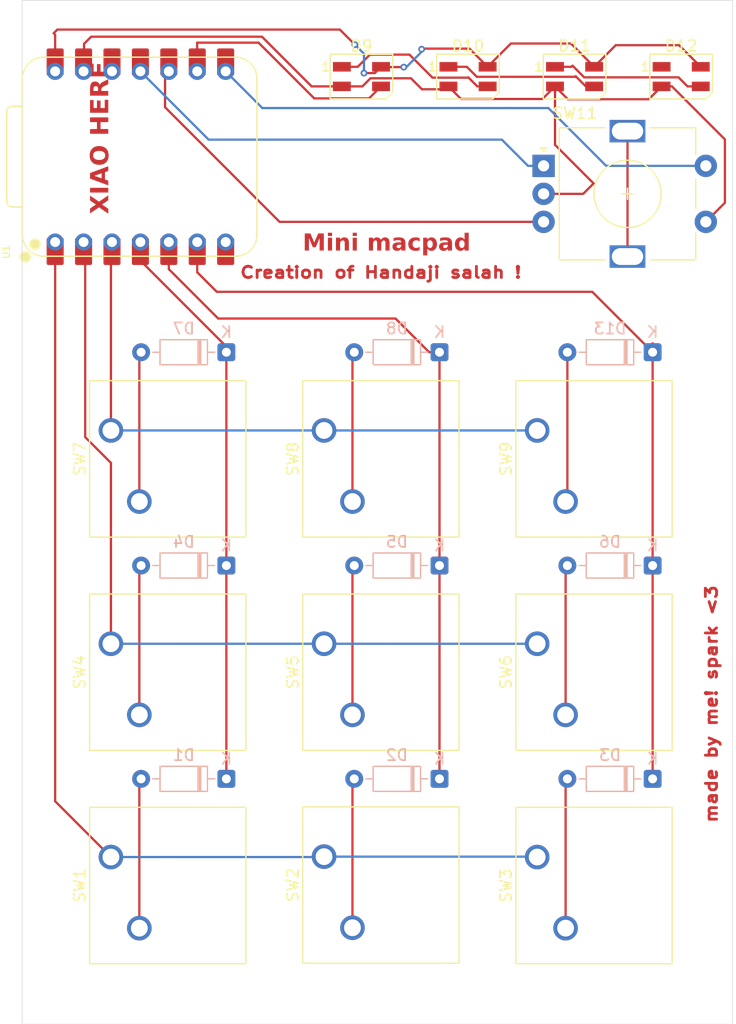
<source format=kicad_pcb>
(kicad_pcb (version 20241229) (generator "pcbnew") (generator_version "9.0")
  (layers (0 "F.Cu" signal) (2 "B.Cu" signal) (13 "F.Paste" user) (15 "B.Paste" user) (5 "F.SilkS" user "F.Silkscreen") (7 "B.SilkS" user "B.Silkscreen") (1 "F.Mask" user) (3 "B.Mask" user) (25 "Edge.Cuts" user))
  (net 0 "")
  (net 1 "Net-(D1-A)")
  (net 2 "Row 0")
  (net 3 "Row 1")
  (net 4 "Net-(D2-A)")
  (net 5 "Row 2")
  (net 6 "Net-(D3-A)")
  (net 7 "Net-(D4-A)")
  (net 8 "Net-(D5-A)")
  (net 9 "Net-(D6-A)")
  (net 10 "Net-(D7-A)")
  (net 11 "Net-(D8-A)")
  (net 12 "Net-(D9-DIN)")
  (net 13 "GND")
  (net 14 "+5V")
  (net 15 "Net-(D10-DIN)")
  (net 16 "Net-(D10-DOUT)")
  (net 17 "Net-(D11-DOUT)")
  (net 19 "Net-(D13-A)")
  (net 20 "Column 0")
  (net 21 "Column 1")
  (net 22 "Column 2")
  (net 24 "3V")
  (net 25 "Net-(U1-GPIO4{slash}MISO)")
  (net 26 "Net-(U1-GPIO3{slash}MOSI)")
  (net 27 "unconnected-(SW11-PadMP)")
  (net 28 "Net-(U1-GPIO1{slash}RX)")
  (footprint "LED_SMD:LED_SK6812MINI_PLCC4_3.5x3.5mm_P1.75mm" (layer "F.Cu") (at 160.50635 51.26485)
    (property "Reference" "D10" (at 0 -2.75 0) (layer "F.SilkS"))
    (property "Value" "SK6812MINI")
    (fp_line (start -2.8 -2) (end -2.8 2) (stroke (width 0.12)) (layer "F.SilkS"))
    (fp_line (start -2.8 -2) (end 2.8 -2) (stroke (width 0.12)) (layer "F.SilkS"))
    (fp_line (start -2.8 2) (end 2.2 2) (stroke (width 0.12)) (layer "F.SilkS"))
    (fp_line (start 2.8 1.4) (end 2.2 2) (stroke (width 0.12)) (layer "F.SilkS"))
    (fp_line (start 2.8 1.4) (end 2.8 -2) (stroke (width 0.12)) (layer "F.SilkS"))
    (fp_text user "1" (at -3.2 -0.875 0) (layer "F.SilkS") (effects (font (size 0.8 0.8))))
    (pad "1" smd rect (at -1.75 -0.875) (size 1.6 0.85) (layers "F.Cu" "F.Mask" "F.Paste") (net 16 "Net-(D10-DOUT)"))
    (pad "2" smd rect (at -1.75 0.875) (size 1.6 0.85) (layers "F.Cu" "F.Mask" "F.Paste") (net 13 "GND"))
    (pad "3" smd rect (at 1.75 0.875) (size 1.6 0.85) (layers "F.Cu" "F.Mask" "F.Paste") (net 15 "Net-(D10-DIN)"))
    (pad "4" smd rect (at 1.75 -0.875) (size 1.6 0.85) (layers "F.Cu" "F.Mask" "F.Paste") (net 14 "+5V"))
  )
  (footprint "Button_Switch_Keyboard:SW_Cherry_MX_1.00u_PCB" (layer "F.Cu") (at 166.6875 101.9175 90)
    (property "Reference" "SW6" (at -2.54 -2.794 90) (layer "F.SilkS"))
    (property "Value" "SW_Push")
    (fp_line (start 4.445 -1.905) (end 4.445 12.065) (stroke (width 0.12)) (layer "F.SilkS"))
    (fp_line (start -9.525 -1.905) (end 4.445 -1.905) (stroke (width 0.12)) (layer "F.SilkS"))
    (fp_line (start 4.445 12.065) (end -9.525 12.065) (stroke (width 0.12)) (layer "F.SilkS"))
    (fp_line (start -9.525 12.065) (end -9.525 -1.905) (stroke (width 0.12)) (layer "F.SilkS"))
    (pad "" np_thru_hole circle (at -7.62 5.08 90) (size 1.7 1.7) (drill 1.7) (layers "*.Cu" "*.Mask"))
    (pad "" np_thru_hole circle (at -2.54 5.08 90) (size 4 4) (drill 4) (layers "*.Cu" "*.Mask"))
    (pad "" np_thru_hole circle (at 2.54 5.08 90) (size 1.7 1.7) (drill 1.7) (layers "*.Cu" "*.Mask"))
    (pad "1" thru_hole circle (at 0 0 90) (size 2.2 2.2) (drill 1.5) (layers "*.Cu" "*.Mask") (net 21 "Column 1"))
    (pad "2" thru_hole circle (at -6.35 2.54 90) (size 2.2 2.2) (drill 1.5) (layers "*.Cu" "*.Mask") (net 9 "Net-(D6-A)"))
  )
  (footprint "Rotary_Encoder:RotaryEncoder_Alps_EC11E-Switch_Vertical_H20mm" (layer "F.Cu") (at 167.2624 59.2366)
    (property "Reference" "SW11" (at 2.8 -4.7 0) (layer "F.SilkS"))
    (property "Value" "RotaryEncoder_Switch_MP")
    (fp_line (start -0.3 -1.6) (end 0.3 -1.6) (stroke (width 0.12)) (layer "F.SilkS"))
    (fp_line (start 0 -1.3) (end -0.3 -1.6) (stroke (width 0.12)) (layer "F.SilkS"))
    (fp_line (start 0.3 -1.6) (end 0 -1.3) (stroke (width 0.12)) (layer "F.SilkS"))
    (fp_line (start 1.4 -3.4) (end 1.4 8.4) (stroke (width 0.12)) (layer "F.SilkS"))
    (fp_line (start 5.5 -3.4) (end 1.4 -3.4) (stroke (width 0.12)) (layer "F.SilkS"))
    (fp_line (start 5.5 8.4) (end 1.4 8.4) (stroke (width 0.12)) (layer "F.SilkS"))
    (fp_line (start 7 2.5) (end 8 2.5) (stroke (width 0.12)) (layer "F.SilkS"))
    (fp_line (start 7.5 2) (end 7.5 3) (stroke (width 0.12)) (layer "F.SilkS"))
    (fp_line (start 9.5 -3.4) (end 13.6 -3.4) (stroke (width 0.12)) (layer "F.SilkS"))
    (fp_line (start 13.6 -3.4) (end 13.6 -1) (stroke (width 0.12)) (layer "F.SilkS"))
    (fp_line (start 13.6 1.2) (end 13.6 3.8) (stroke (width 0.12)) (layer "F.SilkS"))
    (fp_line (start 13.6 6) (end 13.6 8.4) (stroke (width 0.12)) (layer "F.SilkS"))
    (fp_line (start 13.6 8.4) (end 9.5 8.4) (stroke (width 0.12)) (layer "F.SilkS"))
    (fp_circle (center 7.5 2.5) (end 10.5 2.5) (stroke (width 0.12)) (fill no) (layer "F.SilkS"))
    (pad "A" thru_hole rect (at 0 0) (size 2 2) (drill 1) (layers "*.Cu" "*.Mask") (net 26 "Net-(U1-GPIO3{slash}MOSI)"))
    (pad "B" thru_hole circle (at 0 5) (size 2 2) (drill 1) (layers "*.Cu" "*.Mask") (net 25 "Net-(U1-GPIO4{slash}MISO)"))
    (pad "C" thru_hole circle (at 0 2.5) (size 2 2) (drill 1) (layers "*.Cu" "*.Mask") (net 13 "GND"))
    (pad "MP" thru_hole rect (at 7.5 -3.1) (size 3.2 2) (drill oval 2.8 1.5) (layers "*.Cu" "*.Mask") (net 27 "unconnected-(SW11-PadMP)"))
    (pad "MP" thru_hole rect (at 7.5 8.1) (size 3.2 2) (drill oval 2.8 1.5) (layers "*.Cu" "*.Mask") (net 27 "unconnected-(SW11-PadMP)"))
    (pad "S1" thru_hole circle (at 14.5 5) (size 2 2) (drill 1) (layers "*.Cu" "*.Mask") (net 13 "GND"))
    (pad "S2" thru_hole circle (at 14.5 0) (size 2 2) (drill 1) (layers "*.Cu" "*.Mask") (net 28 "Net-(U1-GPIO1{slash}RX)"))
  )
  (footprint "LED_SMD:LED_SK6812MINI_PLCC4_3.5x3.5mm_P1.75mm" (layer "F.Cu") (at 179.55635 51.26485)
    (property "Reference" "D12" (at 0 -2.75 0) (layer "F.SilkS"))
    (property "Value" "SK6812MINI")
    (fp_line (start -2.8 -2) (end -2.8 2) (stroke (width 0.12)) (layer "F.SilkS"))
    (fp_line (start -2.8 -2) (end 2.8 -2) (stroke (width 0.12)) (layer "F.SilkS"))
    (fp_line (start -2.8 2) (end 2.2 2) (stroke (width 0.12)) (layer "F.SilkS"))
    (fp_line (start 2.8 1.4) (end 2.2 2) (stroke (width 0.12)) (layer "F.SilkS"))
    (fp_line (start 2.8 1.4) (end 2.8 -2) (stroke (width 0.12)) (layer "F.SilkS"))
    (fp_text user "1" (at -3.2 -0.875 0) (layer "F.SilkS") (effects (font (size 0.8 0.8))))
    (pad "1" smd rect (at -1.75 -0.875) (size 1.6 0.85) (layers "F.Cu" "F.Mask" "F.Paste"))
    (pad "2" smd rect (at -1.75 0.875) (size 1.6 0.85) (layers "F.Cu" "F.Mask" "F.Paste") (net 13 "GND"))
    (pad "3" smd rect (at 1.75 0.875) (size 1.6 0.85) (layers "F.Cu" "F.Mask" "F.Paste") (net 17 "Net-(D11-DOUT)"))
    (pad "4" smd rect (at 1.75 -0.875) (size 1.6 0.85) (layers "F.Cu" "F.Mask" "F.Paste") (net 14 "+5V"))
  )
  (footprint "Button_Switch_Keyboard:SW_Cherry_MX_1.00u_PCB" (layer "F.Cu") (at 128.5875 82.8675 90)
    (property "Reference" "SW7" (at -2.54 -2.794 90) (layer "F.SilkS"))
    (property "Value" "SW_Push")
    (fp_line (start 4.445 -1.905) (end 4.445 12.065) (stroke (width 0.12)) (layer "F.SilkS"))
    (fp_line (start -9.525 -1.905) (end 4.445 -1.905) (stroke (width 0.12)) (layer "F.SilkS"))
    (fp_line (start 4.445 12.065) (end -9.525 12.065) (stroke (width 0.12)) (layer "F.SilkS"))
    (fp_line (start -9.525 12.065) (end -9.525 -1.905) (stroke (width 0.12)) (layer "F.SilkS"))
    (pad "" np_thru_hole circle (at -7.62 5.08 90) (size 1.7 1.7) (drill 1.7) (layers "*.Cu" "*.Mask"))
    (pad "" np_thru_hole circle (at -2.54 5.08 90) (size 4 4) (drill 4) (layers "*.Cu" "*.Mask"))
    (pad "" np_thru_hole circle (at 2.54 5.08 90) (size 1.7 1.7) (drill 1.7) (layers "*.Cu" "*.Mask"))
    (pad "1" thru_hole circle (at 0 0 90) (size 2.2 2.2) (drill 1.5) (layers "*.Cu" "*.Mask") (net 22 "Column 2"))
    (pad "2" thru_hole circle (at -6.35 2.54 90) (size 2.2 2.2) (drill 1.5) (layers "*.Cu" "*.Mask") (net 10 "Net-(D7-A)"))
  )
  (footprint "Button_Switch_Keyboard:SW_Cherry_MX_1.00u_PCB" (layer "F.Cu") (at 147.6375 101.9175 90)
    (property "Reference" "SW5" (at -2.54 -2.794 90) (layer "F.SilkS"))
    (property "Value" "SW_Push")
    (fp_line (start 4.445 -1.905) (end 4.445 12.065) (stroke (width 0.12)) (layer "F.SilkS"))
    (fp_line (start -9.525 -1.905) (end 4.445 -1.905) (stroke (width 0.12)) (layer "F.SilkS"))
    (fp_line (start 4.445 12.065) (end -9.525 12.065) (stroke (width 0.12)) (layer "F.SilkS"))
    (fp_line (start -9.525 12.065) (end -9.525 -1.905) (stroke (width 0.12)) (layer "F.SilkS"))
    (pad "" np_thru_hole circle (at -7.62 5.08 90) (size 1.7 1.7) (drill 1.7) (layers "*.Cu" "*.Mask"))
    (pad "" np_thru_hole circle (at -2.54 5.08 90) (size 4 4) (drill 4) (layers "*.Cu" "*.Mask"))
    (pad "" np_thru_hole circle (at 2.54 5.08 90) (size 1.7 1.7) (drill 1.7) (layers "*.Cu" "*.Mask"))
    (pad "1" thru_hole circle (at 0 0 90) (size 2.2 2.2) (drill 1.5) (layers "*.Cu" "*.Mask") (net 21 "Column 1"))
    (pad "2" thru_hole circle (at -6.35 2.54 90) (size 2.2 2.2) (drill 1.5) (layers "*.Cu" "*.Mask") (net 8 "Net-(D5-A)"))
  )
  (footprint "Button_Switch_Keyboard:SW_Cherry_MX_1.00u_PCB" (layer "F.Cu") (at 128.5875 101.9175 90)
    (property "Reference" "SW4" (at -2.54 -2.794 90) (layer "F.SilkS"))
    (property "Value" "SW_Push")
    (fp_line (start 4.445 -1.905) (end 4.445 12.065) (stroke (width 0.12)) (layer "F.SilkS"))
    (fp_line (start -9.525 -1.905) (end 4.445 -1.905) (stroke (width 0.12)) (layer "F.SilkS"))
    (fp_line (start 4.445 12.065) (end -9.525 12.065) (stroke (width 0.12)) (layer "F.SilkS"))
    (fp_line (start -9.525 12.065) (end -9.525 -1.905) (stroke (width 0.12)) (layer "F.SilkS"))
    (pad "" np_thru_hole circle (at -7.62 5.08 90) (size 1.7 1.7) (drill 1.7) (layers "*.Cu" "*.Mask"))
    (pad "" np_thru_hole circle (at -2.54 5.08 90) (size 4 4) (drill 4) (layers "*.Cu" "*.Mask"))
    (pad "" np_thru_hole circle (at 2.54 5.08 90) (size 1.7 1.7) (drill 1.7) (layers "*.Cu" "*.Mask"))
    (pad "1" thru_hole circle (at 0 0 90) (size 2.2 2.2) (drill 1.5) (layers "*.Cu" "*.Mask") (net 21 "Column 1"))
    (pad "2" thru_hole circle (at -6.35 2.54 90) (size 2.2 2.2) (drill 1.5) (layers "*.Cu" "*.Mask") (net 7 "Net-(D4-A)"))
  )
  (footprint "OPL:XIAO-RP2040-DIP" (layer "F.Cu") (at 131.2229 58.42 90)
    (property "Reference" "U1" (at -8.5 -12 90) (layer "F.SilkS") (effects (font (size 0.635 0.635) (thickness 0.1016))))
    (property "Value" "XIAO-RP2040-DIP")
    (fp_line (start -3.991272 -11.951) (end 4.004 -11.951) (stroke (width 0.127)) (layer "F.SilkS"))
    (fp_line (start 4.504 -11.451) (end 4.504 -10.541) (stroke (width 0.127)) (layer "F.SilkS"))
    (fp_line (start 6.985 -10.541) (end -6.985 -10.541) (stroke (width 0.1)) (layer "F.SilkS"))
    (fp_line (start 6.985 -10.541) (end -6.985 -10.541) (stroke (width 0.127)) (layer "F.SilkS"))
    (fp_line (start -4.495 -10.541) (end -4.491272 -11.451272) (stroke (width 0.127)) (layer "F.SilkS"))
    (fp_line (start 8.89 8.509) (end 8.89 -8.636) (stroke (width 0.127)) (layer "F.SilkS"))
    (fp_line (start -8.89 8.509) (end -8.89 -8.636) (stroke (width 0.127)) (layer "F.SilkS"))
    (fp_line (start -6.985 10.414) (end 6.985 10.414) (stroke (width 0.127)) (layer "F.SilkS"))
    (fp_arc (start 4.004 -11.951) (mid 4.357553 -11.804553) (end 4.504 -11.451) (stroke (width 0.127)) (layer "F.SilkS"))
    (fp_arc (start -4.491272 -11.451272) (mid -4.344728 -11.80464) (end -3.991272 -11.951) (stroke (width 0.127)) (layer "F.SilkS"))
    (fp_arc (start 6.985 -10.541) (mid 8.332038 -9.983038) (end 8.89 -8.636) (stroke (width 0.127)) (layer "F.SilkS"))
    (fp_arc (start -8.89 -8.636) (mid -8.332038 -9.983038) (end -6.985 -10.541) (stroke (width 0.127)) (layer "F.SilkS"))
    (fp_arc (start 8.89 8.509) (mid 8.332038 9.856038) (end 6.985 10.414) (stroke (width 0.127)) (layer "F.SilkS"))
    (fp_arc (start -6.985 10.414) (mid -8.332038 9.856038) (end -8.89 8.509) (stroke (width 0.127)) (layer "F.SilkS"))
    (fp_circle (center -8.95 -10.3) (end -8.95 -10.554) (stroke (width 0.5)) (fill yes) (layer "F.SilkS"))
    (fp_circle (center -7.807 -9.42) (end -7.807 -9.674) (stroke (width 0.5)) (fill yes) (layer "F.SilkS"))
    (pad "1" smd roundrect (at -8.455 -7.62 270) (size 2.432 1.524) (layers "F.Cu" "F.Mask") (roundrect_rratio 0.1) (net 20 "Column 0"))
    (pad "1" thru_hole circle (at -7.62 -7.62 270) (size 1.524 1.524) (drill 0.889) (layers "*.Cu" "*.Mask") (net 20 "Column 0"))
    (pad "2" smd roundrect (at -8.455 -5.08 270) (size 2.432 1.524) (layers "F.Cu" "F.Mask") (roundrect_rratio 0.1) (net 21 "Column 1"))
    (pad "2" thru_hole circle (at -7.62 -5.08 270) (size 1.524 1.524) (drill 0.889) (layers "*.Cu" "*.Mask") (net 21 "Column 1"))
    (pad "3" smd roundrect (at -8.455 -2.54 270) (size 2.432 1.524) (layers "F.Cu" "F.Mask") (roundrect_rratio 0.1) (net 22 "Column 2"))
    (pad "3" thru_hole circle (at -7.62 -2.54 270) (size 1.524 1.524) (drill 0.889) (layers "*.Cu" "*.Mask") (net 22 "Column 2"))
    (pad "4" smd roundrect (at -8.455 0 270) (size 2.432 1.524) (layers "F.Cu" "F.Mask") (roundrect_rratio 0.1) (net 2 "Row 0"))
    (pad "4" thru_hole circle (at -7.62 0 270) (size 1.524 1.524) (drill 0.889) (layers "*.Cu" "*.Mask") (net 2 "Row 0"))
    (pad "5" smd roundrect (at -8.455 2.54 270) (size 2.432 1.524) (layers "F.Cu" "F.Mask") (roundrect_rratio 0.1) (net 3 "Row 1"))
    (pad "5" thru_hole circle (at -7.62 2.54 270) (size 1.524 1.524) (drill 0.889) (layers "*.Cu" "*.Mask") (net 3 "Row 1"))
    (pad "6" smd roundrect (at -8.455 5.08 270) (size 2.432 1.524) (layers "F.Cu" "F.Mask") (roundrect_rratio 0.1) (net 5 "Row 2"))
    (pad "6" thru_hole circle (at -7.62 5.08 270) (size 1.524 1.524) (drill 0.889) (layers "*.Cu" "*.Mask") (net 5 "Row 2"))
    (pad "7" smd roundrect (at -8.455 7.62 270) (size 2.432 1.524) (layers "F.Cu" "F.Mask") (roundrect_rratio 0.1))
    (pad "7" thru_hole circle (at -7.62 7.62 270) (size 1.524 1.524) (drill 0.889) (layers "*.Cu" "*.Mask"))
    (pad "8" thru_hole circle (at 7.62 7.62 90) (size 1.524 1.524) (drill 0.889) (layers "*.Cu" "*.Mask") (net 28 "Net-(U1-GPIO1{slash}RX)"))
    (pad "8" smd roundrect (at 8.455 7.62 90) (size 2.432 1.524) (layers "F.Cu" "F.Mask") (roundrect_rratio 0.1) (net 28 "Net-(U1-GPIO1{slash}RX)"))
    (pad "9" thru_hole circle (at 7.62 5.08 90) (size 1.524 1.524) (drill 0.889) (layers "*.Cu" "*.Mask") (net 12 "Net-(D9-DIN)"))
    (pad "9" smd roundrect (at 8.455 5.08 90) (size 2.432 1.524) (layers "F.Cu" "F.Mask") (roundrect_rratio 0.1) (net 12 "Net-(D9-DIN)"))
    (pad "10" thru_hole circle (at 7.62 2.54 90) (size 1.524 1.524) (drill 0.889) (layers "*.Cu" "*.Mask") (net 25 "Net-(U1-GPIO4{slash}MISO)"))
    (pad "10" smd roundrect (at 8.455 2.54 90) (size 2.432 1.524) (layers "F.Cu" "F.Mask") (roundrect_rratio 0.1) (net 25 "Net-(U1-GPIO4{slash}MISO)"))
    (pad "11" thru_hole circle (at 7.62 0 90) (size 1.524 1.524) (drill 0.889) (layers "*.Cu" "*.Mask") (net 26 "Net-(U1-GPIO3{slash}MOSI)"))
    (pad "11" smd roundrect (at 8.455 0 90) (size 2.432 1.524) (layers "F.Cu" "F.Mask") (roundrect_rratio 0.1) (net 26 "Net-(U1-GPIO3{slash}MOSI)"))
    (pad "12" thru_hole circle (at 7.62 -2.54 90) (size 1.524 1.524) (drill 0.889) (layers "*.Cu" "*.Mask") (net 24 "3V"))
    (pad "12" smd roundrect (at 8.455 -2.54 90) (size 2.432 1.524) (layers "F.Cu" "F.Mask") (roundrect_rratio 0.1) (net 24 "3V"))
    (pad "13" thru_hole circle (at 7.62 -5.08 90) (size 1.524 1.524) (drill 0.889) (layers "*.Cu" "*.Mask") (net 13 "GND"))
    (pad "13" smd roundrect (at 8.455 -5.08 90) (size 2.432 1.524) (layers "F.Cu" "F.Mask") (roundrect_rratio 0.1) (net 13 "GND"))
    (pad "14" thru_hole circle (at 7.62 -7.62 90) (size 1.524 1.524) (drill 0.889) (layers "*.Cu" "*.Mask") (net 14 "+5V"))
    (pad "14" smd roundrect (at 8.455 -7.62 90) (size 2.432 1.524) (layers "F.Cu" "F.Mask") (roundrect_rratio 0.1) (net 14 "+5V"))
  )
  (footprint "Button_Switch_Keyboard:SW_Cherry_MX_1.00u_PCB" (layer "F.Cu") (at 147.6375 82.8675 90)
    (property "Reference" "SW8" (at -2.54 -2.794 90) (layer "F.SilkS"))
    (property "Value" "SW_Push")
    (fp_line (start 4.445 -1.905) (end 4.445 12.065) (stroke (width 0.12)) (layer "F.SilkS"))
    (fp_line (start -9.525 -1.905) (end 4.445 -1.905) (stroke (width 0.12)) (layer "F.SilkS"))
    (fp_line (start 4.445 12.065) (end -9.525 12.065) (stroke (width 0.12)) (layer "F.SilkS"))
    (fp_line (start -9.525 12.065) (end -9.525 -1.905) (stroke (width 0.12)) (layer "F.SilkS"))
    (pad "" np_thru_hole circle (at -7.62 5.08 90) (size 1.7 1.7) (drill 1.7) (layers "*.Cu" "*.Mask"))
    (pad "" np_thru_hole circle (at -2.54 5.08 90) (size 4 4) (drill 4) (layers "*.Cu" "*.Mask"))
    (pad "" np_thru_hole circle (at 2.54 5.08 90) (size 1.7 1.7) (drill 1.7) (layers "*.Cu" "*.Mask"))
    (pad "1" thru_hole circle (at 0 0 90) (size 2.2 2.2) (drill 1.5) (layers "*.Cu" "*.Mask") (net 22 "Column 2"))
    (pad "2" thru_hole circle (at -6.35 2.54 90) (size 2.2 2.2) (drill 1.5) (layers "*.Cu" "*.Mask") (net 11 "Net-(D8-A)"))
  )
  (footprint "LED_SMD:LED_SK6812MINI_PLCC4_3.5x3.5mm_P1.75mm" (layer "F.Cu") (at 170.03135 51.26485)
    (property "Reference" "D11" (at 0 -2.75 0) (layer "F.SilkS"))
    (property "Value" "SK6812MINI")
    (fp_line (start -2.8 -2) (end -2.8 2) (stroke (width 0.12)) (layer "F.SilkS"))
    (fp_line (start -2.8 -2) (end 2.8 -2) (stroke (width 0.12)) (layer "F.SilkS"))
    (fp_line (start -2.8 2) (end 2.2 2) (stroke (width 0.12)) (layer "F.SilkS"))
    (fp_line (start 2.8 1.4) (end 2.2 2) (stroke (width 0.12)) (layer "F.SilkS"))
    (fp_line (start 2.8 1.4) (end 2.8 -2) (stroke (width 0.12)) (layer "F.SilkS"))
    (fp_text user "1" (at -3.2 -0.875 0) (layer "F.SilkS") (effects (font (size 0.8 0.8))))
    (pad "1" smd rect (at -1.75 -0.875) (size 1.6 0.85) (layers "F.Cu" "F.Mask" "F.Paste") (net 17 "Net-(D11-DOUT)"))
    (pad "2" smd rect (at -1.75 0.875) (size 1.6 0.85) (layers "F.Cu" "F.Mask" "F.Paste") (net 13 "GND"))
    (pad "3" smd rect (at 1.75 0.875) (size 1.6 0.85) (layers "F.Cu" "F.Mask" "F.Paste") (net 16 "Net-(D10-DOUT)"))
    (pad "4" smd rect (at 1.75 -0.875) (size 1.6 0.85) (layers "F.Cu" "F.Mask" "F.Paste") (net 14 "+5V"))
  )
  (footprint "Button_Switch_Keyboard:SW_Cherry_MX_1.00u_PCB" (layer "F.Cu") (at 166.6875 82.8675 90)
    (property "Reference" "SW9" (at -2.54 -2.794 90) (layer "F.SilkS"))
    (property "Value" "SW_Push")
    (fp_line (start 4.445 -1.905) (end 4.445 12.065) (stroke (width 0.12)) (layer "F.SilkS"))
    (fp_line (start -9.525 -1.905) (end 4.445 -1.905) (stroke (width 0.12)) (layer "F.SilkS"))
    (fp_line (start 4.445 12.065) (end -9.525 12.065) (stroke (width 0.12)) (layer "F.SilkS"))
    (fp_line (start -9.525 12.065) (end -9.525 -1.905) (stroke (width 0.12)) (layer "F.SilkS"))
    (pad "" np_thru_hole circle (at -7.62 5.08 90) (size 1.7 1.7) (drill 1.7) (layers "*.Cu" "*.Mask"))
    (pad "" np_thru_hole circle (at -2.54 5.08 90) (size 4 4) (drill 4) (layers "*.Cu" "*.Mask"))
    (pad "" np_thru_hole circle (at 2.54 5.08 90) (size 1.7 1.7) (drill 1.7) (layers "*.Cu" "*.Mask"))
    (pad "1" thru_hole circle (at 0 0 90) (size 2.2 2.2) (drill 1.5) (layers "*.Cu" "*.Mask") (net 22 "Column 2"))
    (pad "2" thru_hole circle (at -6.35 2.54 90) (size 2.2 2.2) (drill 1.5) (layers "*.Cu" "*.Mask") (net 19 "Net-(D13-A)"))
  )
  (footprint "Button_Switch_Keyboard:SW_Cherry_MX_1.00u_PCB" (layer "F.Cu") (at 147.6375 120.93 90)
    (property "Reference" "SW2" (at -2.54 -2.794 90) (layer "F.SilkS"))
    (property "Value" "SW_Push")
    (fp_line (start 4.445 -1.905) (end 4.445 12.065) (stroke (width 0.12)) (layer "F.SilkS"))
    (fp_line (start -9.525 -1.905) (end 4.445 -1.905) (stroke (width 0.12)) (layer "F.SilkS"))
    (fp_line (start 4.445 12.065) (end -9.525 12.065) (stroke (width 0.12)) (layer "F.SilkS"))
    (fp_line (start -9.525 12.065) (end -9.525 -1.905) (stroke (width 0.12)) (layer "F.SilkS"))
    (pad "" np_thru_hole circle (at -7.62 5.08 90) (size 1.7 1.7) (drill 1.7) (layers "*.Cu" "*.Mask"))
    (pad "" np_thru_hole circle (at -2.54 5.08 90) (size 4 4) (drill 4) (layers "*.Cu" "*.Mask"))
    (pad "" np_thru_hole circle (at 2.54 5.08 90) (size 1.7 1.7) (drill 1.7) (layers "*.Cu" "*.Mask"))
    (pad "1" thru_hole circle (at 0 0 90) (size 2.2 2.2) (drill 1.5) (layers "*.Cu" "*.Mask") (net 20 "Column 0"))
    (pad "2" thru_hole circle (at -6.35 2.54 90) (size 2.2 2.2) (drill 1.5) (layers "*.Cu" "*.Mask") (net 4 "Net-(D2-A)"))
  )
  (footprint "LED_SMD:LED_SK6812MINI_PLCC4_3.5x3.5mm_P1.75mm" (layer "F.Cu") (at 150.98135 51.26485)
    (property "Reference" "D9" (at 0 -2.75 0) (layer "F.SilkS"))
    (property "Value" "SK6812MINI")
    (fp_line (start -2.8 -2) (end -2.8 2) (stroke (width 0.12)) (layer "F.SilkS"))
    (fp_line (start -2.8 -2) (end 2.8 -2) (stroke (width 0.12)) (layer "F.SilkS"))
    (fp_line (start -2.8 2) (end 2.2 2) (stroke (width 0.12)) (layer "F.SilkS"))
    (fp_line (start 2.8 1.4) (end 2.2 2) (stroke (width 0.12)) (layer "F.SilkS"))
    (fp_line (start 2.8 1.4) (end 2.8 -2) (stroke (width 0.12)) (layer "F.SilkS"))
    (fp_text user "1" (at -3.2 -0.875 0) (layer "F.SilkS") (effects (font (size 0.8 0.8))))
    (pad "1" smd rect (at -1.75 -0.875) (size 1.6 0.85) (layers "F.Cu" "F.Mask" "F.Paste") (net 15 "Net-(D10-DIN)"))
    (pad "2" smd rect (at -1.75 0.875) (size 1.6 0.85) (layers "F.Cu" "F.Mask" "F.Paste") (net 13 "GND"))
    (pad "3" smd rect (at 1.75 0.875) (size 1.6 0.85) (layers "F.Cu" "F.Mask" "F.Paste") (net 12 "Net-(D9-DIN)"))
    (pad "4" smd rect (at 1.75 -0.875) (size 1.6 0.85) (layers "F.Cu" "F.Mask" "F.Paste") (net 14 "+5V"))
  )
  (footprint "Button_Switch_Keyboard:SW_Cherry_MX_1.00u_PCB" (layer "F.Cu") (at 166.6875 120.9675 90)
    (property "Reference" "SW3" (at -2.54 -2.794 90) (layer "F.SilkS"))
    (property "Value" "SW_Push")
    (fp_line (start 4.445 -1.905) (end 4.445 12.065) (stroke (width 0.12)) (layer "F.SilkS"))
    (fp_line (start -9.525 -1.905) (end 4.445 -1.905) (stroke (width 0.12)) (layer "F.SilkS"))
    (fp_line (start 4.445 12.065) (end -9.525 12.065) (stroke (width 0.12)) (layer "F.SilkS"))
    (fp_line (start -9.525 12.065) (end -9.525 -1.905) (stroke (width 0.12)) (layer "F.SilkS"))
    (pad "" np_thru_hole circle (at -7.62 5.08 90) (size 1.7 1.7) (drill 1.7) (layers "*.Cu" "*.Mask"))
    (pad "" np_thru_hole circle (at -2.54 5.08 90) (size 4 4) (drill 4) (layers "*.Cu" "*.Mask"))
    (pad "" np_thru_hole circle (at 2.54 5.08 90) (size 1.7 1.7) (drill 1.7) (layers "*.Cu" "*.Mask"))
    (pad "1" thru_hole circle (at 0 0 90) (size 2.2 2.2) (drill 1.5) (layers "*.Cu" "*.Mask") (net 20 "Column 0"))
    (pad "2" thru_hole circle (at -6.35 2.54 90) (size 2.2 2.2) (drill 1.5) (layers "*.Cu" "*.Mask") (net 6 "Net-(D3-A)"))
  )
  (footprint "Button_Switch_Keyboard:SW_Cherry_MX_1.00u_PCB" (layer "F.Cu") (at 128.5875 120.9675 90)
    (property "Reference" "SW1" (at -2.54 -2.794 90) (layer "F.SilkS"))
    (property "Value" "SW_Push")
    (fp_line (start 4.445 -1.905) (end 4.445 12.065) (stroke (width 0.12)) (layer "F.SilkS"))
    (fp_line (start -9.525 -1.905) (end 4.445 -1.905) (stroke (width 0.12)) (layer "F.SilkS"))
    (fp_line (start 4.445 12.065) (end -9.525 12.065) (stroke (width 0.12)) (layer "F.SilkS"))
    (fp_line (start -9.525 12.065) (end -9.525 -1.905) (stroke (width 0.12)) (layer "F.SilkS"))
    (pad "" np_thru_hole circle (at -7.62 5.08 90) (size 1.7 1.7) (drill 1.7) (layers "*.Cu" "*.Mask"))
    (pad "" np_thru_hole circle (at -2.54 5.08 90) (size 4 4) (drill 4) (layers "*.Cu" "*.Mask"))
    (pad "" np_thru_hole circle (at 2.54 5.08 90) (size 1.7 1.7) (drill 1.7) (layers "*.Cu" "*.Mask"))
    (pad "1" thru_hole circle (at 0 0 90) (size 2.2 2.2) (drill 1.5) (layers "*.Cu" "*.Mask") (net 20 "Column 0"))
    (pad "2" thru_hole circle (at -6.35 2.54 90) (size 2.2 2.2) (drill 1.5) (layers "*.Cu" "*.Mask") (net 1 "Net-(D1-A)"))
  )
  (footprint "Diode_THT:D_DO-35_SOD27_P7.62mm_Horizontal" (layer "B.Cu") (at 157.95625 94.9325 180)
    (property "Reference" "D5" (at 3.81 2.12 0) (layer "B.SilkS") (effects (justify mirror)))
    (property "Value" "1N4148")
    (fp_line (start 6.58 0) (end 5.93 0) (stroke (width 0.12)) (layer "B.SilkS"))
    (fp_line (start 2.53 1.12) (end 2.53 -1.12) (stroke (width 0.12)) (layer "B.SilkS"))
    (fp_line (start 2.41 1.12) (end 2.41 -1.12) (stroke (width 0.12)) (layer "B.SilkS"))
    (fp_line (start 2.29 1.12) (end 2.29 -1.12) (stroke (width 0.12)) (layer "B.SilkS"))
    (fp_line (start 1.04 0) (end 1.69 0) (stroke (width 0.12)) (layer "B.SilkS"))
    (fp_rect (start 1.69 1.12) (end 5.93 -1.12) (stroke (width 0.12)) (fill no) (layer "B.SilkS"))
    (fp_text user "K" (at 0 1.8 0) (layer "B.SilkS") (effects (justify mirror)))
    (pad "1" thru_hole roundrect (at 0 0 180) (size 1.6 1.6) (drill 0.8) (layers "*.Cu" "*.Mask") (roundrect_rratio 0.15625) (net 3 "Row 1"))
    (pad "2" thru_hole circle (at 7.62 0 180) (size 1.6 1.6) (drill 0.8) (layers "*.Cu" "*.Mask") (net 8 "Net-(D5-A)"))
  )
  (footprint "Diode_THT:D_DO-35_SOD27_P7.62mm_Horizontal" (layer "B.Cu") (at 177.00625 75.8825 180)
    (property "Reference" "D13" (at 3.81 2.12 0) (layer "B.SilkS") (effects (justify mirror)))
    (property "Value" "1N4148")
    (fp_line (start 6.58 0) (end 5.93 0) (stroke (width 0.12)) (layer "B.SilkS"))
    (fp_line (start 2.53 1.12) (end 2.53 -1.12) (stroke (width 0.12)) (layer "B.SilkS"))
    (fp_line (start 2.41 1.12) (end 2.41 -1.12) (stroke (width 0.12)) (layer "B.SilkS"))
    (fp_line (start 2.29 1.12) (end 2.29 -1.12) (stroke (width 0.12)) (layer "B.SilkS"))
    (fp_line (start 1.04 0) (end 1.69 0) (stroke (width 0.12)) (layer "B.SilkS"))
    (fp_rect (start 1.69 1.12) (end 5.93 -1.12) (stroke (width 0.12)) (fill no) (layer "B.SilkS"))
    (fp_text user "K" (at 0 1.8 0) (layer "B.SilkS") (effects (justify mirror)))
    (pad "1" thru_hole roundrect (at 0 0 180) (size 1.6 1.6) (drill 0.8) (layers "*.Cu" "*.Mask") (roundrect_rratio 0.15625) (net 5 "Row 2"))
    (pad "2" thru_hole circle (at 7.62 0 180) (size 1.6 1.6) (drill 0.8) (layers "*.Cu" "*.Mask") (net 19 "Net-(D13-A)"))
  )
  (footprint "Diode_THT:D_DO-35_SOD27_P7.62mm_Horizontal" (layer "B.Cu") (at 138.90625 113.9825 180)
    (property "Reference" "D1" (at 3.81 2.12 0) (layer "B.SilkS") (effects (justify mirror)))
    (property "Value" "1N4148")
    (fp_line (start 6.58 0) (end 5.93 0) (stroke (width 0.12)) (layer "B.SilkS"))
    (fp_line (start 2.53 1.12) (end 2.53 -1.12) (stroke (width 0.12)) (layer "B.SilkS"))
    (fp_line (start 2.41 1.12) (end 2.41 -1.12) (stroke (width 0.12)) (layer "B.SilkS"))
    (fp_line (start 2.29 1.12) (end 2.29 -1.12) (stroke (width 0.12)) (layer "B.SilkS"))
    (fp_line (start 1.04 0) (end 1.69 0) (stroke (width 0.12)) (layer "B.SilkS"))
    (fp_rect (start 1.69 1.12) (end 5.93 -1.12) (stroke (width 0.12)) (fill no) (layer "B.SilkS"))
    (fp_text user "K" (at 0 1.8 0) (layer "B.SilkS") (effects (justify mirror)))
    (pad "1" thru_hole roundrect (at 0 0 180) (size 1.6 1.6) (drill 0.8) (layers "*.Cu" "*.Mask") (roundrect_rratio 0.15625) (net 2 "Row 0"))
    (pad "2" thru_hole circle (at 7.62 0 180) (size 1.6 1.6) (drill 0.8) (layers "*.Cu" "*.Mask") (net 1 "Net-(D1-A)"))
  )
  (footprint "Diode_THT:D_DO-35_SOD27_P7.62mm_Horizontal" (layer "B.Cu") (at 157.95625 113.9825 180)
    (property "Reference" "D2" (at 3.81 2.12 0) (layer "B.SilkS") (effects (justify mirror)))
    (property "Value" "1N4148")
    (fp_line (start 6.58 0) (end 5.93 0) (stroke (width 0.12)) (layer "B.SilkS"))
    (fp_line (start 2.53 1.12) (end 2.53 -1.12) (stroke (width 0.12)) (layer "B.SilkS"))
    (fp_line (start 2.41 1.12) (end 2.41 -1.12) (stroke (width 0.12)) (layer "B.SilkS"))
    (fp_line (start 2.29 1.12) (end 2.29 -1.12) (stroke (width 0.12)) (layer "B.SilkS"))
    (fp_line (start 1.04 0) (end 1.69 0) (stroke (width 0.12)) (layer "B.SilkS"))
    (fp_rect (start 1.69 1.12) (end 5.93 -1.12) (stroke (width 0.12)) (fill no) (layer "B.SilkS"))
    (fp_text user "K" (at 0 1.8 0) (layer "B.SilkS") (effects (justify mirror)))
    (pad "1" thru_hole roundrect (at 0 0 180) (size 1.6 1.6) (drill 0.8) (layers "*.Cu" "*.Mask") (roundrect_rratio 0.15625) (net 3 "Row 1"))
    (pad "2" thru_hole circle (at 7.62 0 180) (size 1.6 1.6) (drill 0.8) (layers "*.Cu" "*.Mask") (net 4 "Net-(D2-A)"))
  )
  (footprint "Diode_THT:D_DO-35_SOD27_P7.62mm_Horizontal" (layer "B.Cu") (at 138.90625 94.9325 180)
    (property "Reference" "D4" (at 3.81 2.12 0) (layer "B.SilkS") (effects (justify mirror)))
    (property "Value" "1N4148")
    (fp_line (start 6.58 0) (end 5.93 0) (stroke (width 0.12)) (layer "B.SilkS"))
    (fp_line (start 2.53 1.12) (end 2.53 -1.12) (stroke (width 0.12)) (layer "B.SilkS"))
    (fp_line (start 2.41 1.12) (end 2.41 -1.12) (stroke (width 0.12)) (layer "B.SilkS"))
    (fp_line (start 2.29 1.12) (end 2.29 -1.12) (stroke (width 0.12)) (layer "B.SilkS"))
    (fp_line (start 1.04 0) (end 1.69 0) (stroke (width 0.12)) (layer "B.SilkS"))
    (fp_rect (start 1.69 1.12) (end 5.93 -1.12) (stroke (width 0.12)) (fill no) (layer "B.SilkS"))
    (fp_text user "K" (at 0 1.8 0) (layer "B.SilkS") (effects (justify mirror)))
    (pad "1" thru_hole roundrect (at 0 0 180) (size 1.6 1.6) (drill 0.8) (layers "*.Cu" "*.Mask") (roundrect_rratio 0.15625) (net 2 "Row 0"))
    (pad "2" thru_hole circle (at 7.62 0 180) (size 1.6 1.6) (drill 0.8) (layers "*.Cu" "*.Mask") (net 7 "Net-(D4-A)"))
  )
  (footprint "Diode_THT:D_DO-35_SOD27_P7.62mm_Horizontal" (layer "B.Cu") (at 157.95625 75.8825 180)
    (property "Reference" "D8" (at 3.81 2.12 0) (layer "B.SilkS") (effects (justify mirror)))
    (property "Value" "1N4148")
    (fp_line (start 6.58 0) (end 5.93 0) (stroke (width 0.12)) (layer "B.SilkS"))
    (fp_line (start 2.53 1.12) (end 2.53 -1.12) (stroke (width 0.12)) (layer "B.SilkS"))
    (fp_line (start 2.41 1.12) (end 2.41 -1.12) (stroke (width 0.12)) (layer "B.SilkS"))
    (fp_line (start 2.29 1.12) (end 2.29 -1.12) (stroke (width 0.12)) (layer "B.SilkS"))
    (fp_line (start 1.04 0) (end 1.69 0) (stroke (width 0.12)) (layer "B.SilkS"))
    (fp_rect (start 1.69 1.12) (end 5.93 -1.12) (stroke (width 0.12)) (fill no) (layer "B.SilkS"))
    (fp_text user "K" (at 0 1.8 0) (layer "B.SilkS") (effects (justify mirror)))
    (pad "1" thru_hole roundrect (at 0 0 180) (size 1.6 1.6) (drill 0.8) (layers "*.Cu" "*.Mask") (roundrect_rratio 0.15625) (net 3 "Row 1"))
    (pad "2" thru_hole circle (at 7.62 0 180) (size 1.6 1.6) (drill 0.8) (layers "*.Cu" "*.Mask") (net 11 "Net-(D8-A)"))
  )
  (footprint "Diode_THT:D_DO-35_SOD27_P7.62mm_Horizontal" (layer "B.Cu") (at 138.90625 75.8825 180)
    (property "Reference" "D7" (at 3.81 2.12 0) (layer "B.SilkS") (effects (justify mirror)))
    (property "Value" "1N4148")
    (fp_line (start 6.58 0) (end 5.93 0) (stroke (width 0.12)) (layer "B.SilkS"))
    (fp_line (start 2.53 1.12) (end 2.53 -1.12) (stroke (width 0.12)) (layer "B.SilkS"))
    (fp_line (start 2.41 1.12) (end 2.41 -1.12) (stroke (width 0.12)) (layer "B.SilkS"))
    (fp_line (start 2.29 1.12) (end 2.29 -1.12) (stroke (width 0.12)) (layer "B.SilkS"))
    (fp_line (start 1.04 0) (end 1.69 0) (stroke (width 0.12)) (layer "B.SilkS"))
    (fp_rect (start 1.69 1.12) (end 5.93 -1.12) (stroke (width 0.12)) (fill no) (layer "B.SilkS"))
    (fp_text user "K" (at 0 1.8 0) (layer "B.SilkS") (effects (justify mirror)))
    (pad "1" thru_hole roundrect (at 0 0 180) (size 1.6 1.6) (drill 0.8) (layers "*.Cu" "*.Mask") (roundrect_rratio 0.15625) (net 2 "Row 0"))
    (pad "2" thru_hole circle (at 7.62 0 180) (size 1.6 1.6) (drill 0.8) (layers "*.Cu" "*.Mask") (net 10 "Net-(D7-A)"))
  )
  (footprint "Diode_THT:D_DO-35_SOD27_P7.62mm_Horizontal" (layer "B.Cu") (at 177.00625 94.9325 180)
    (property "Reference" "D6" (at 3.81 2.12 0) (layer "B.SilkS") (effects (justify mirror)))
    (property "Value" "1N4148")
    (fp_line (start 6.58 0) (end 5.93 0) (stroke (width 0.12)) (layer "B.SilkS"))
    (fp_line (start 2.53 1.12) (end 2.53 -1.12) (stroke (width 0.12)) (layer "B.SilkS"))
    (fp_line (start 2.41 1.12) (end 2.41 -1.12) (stroke (width 0.12)) (layer "B.SilkS"))
    (fp_line (start 2.29 1.12) (end 2.29 -1.12) (stroke (width 0.12)) (layer "B.SilkS"))
    (fp_line (start 1.04 0) (end 1.69 0) (stroke (width 0.12)) (layer "B.SilkS"))
    (fp_rect (start 1.69 1.12) (end 5.93 -1.12) (stroke (width 0.12)) (fill no) (layer "B.SilkS"))
    (fp_text user "K" (at 0 1.8 0) (layer "B.SilkS") (effects (justify mirror)))
    (pad "1" thru_hole roundrect (at 0 0 180) (size 1.6 1.6) (drill 0.8) (layers "*.Cu" "*.Mask") (roundrect_rratio 0.15625) (net 5 "Row 2"))
    (pad "2" thru_hole circle (at 7.62 0 180) (size 1.6 1.6) (drill 0.8) (layers "*.Cu" "*.Mask") (net 9 "Net-(D6-A)"))
  )
  (footprint "Diode_THT:D_DO-35_SOD27_P7.62mm_Horizontal" (layer "B.Cu") (at 177.00625 113.9825 180)
    (property "Reference" "D3" (at 3.81 2.12 0) (layer "B.SilkS") (effects (justify mirror)))
    (property "Value" "1N4148")
    (fp_line (start 6.58 0) (end 5.93 0) (stroke (width 0.12)) (layer "B.SilkS"))
    (fp_line (start 2.53 1.12) (end 2.53 -1.12) (stroke (width 0.12)) (layer "B.SilkS"))
    (fp_line (start 2.41 1.12) (end 2.41 -1.12) (stroke (width 0.12)) (layer "B.SilkS"))
    (fp_line (start 2.29 1.12) (end 2.29 -1.12) (stroke (width 0.12)) (layer "B.SilkS"))
    (fp_line (start 1.04 0) (end 1.69 0) (stroke (width 0.12)) (layer "B.SilkS"))
    (fp_rect (start 1.69 1.12) (end 5.93 -1.12) (stroke (width 0.12)) (fill no) (layer "B.SilkS"))
    (fp_text user "K" (at 0 1.8 0) (layer "B.SilkS") (effects (justify mirror)))
    (pad "1" thru_hole roundrect (at 0 0 180) (size 1.6 1.6) (drill 0.8) (layers "*.Cu" "*.Mask") (roundrect_rratio 0.15625) (net 5 "Row 2"))
    (pad "2" thru_hole circle (at 7.62 0 180) (size 1.6 1.6) (drill 0.8) (layers "*.Cu" "*.Mask") (net 6 "Net-(D3-A)"))
  )
  (gr_rect (start 120.65 44.45) (end 184.15 135.89) (stroke (width 0.05)) (fill no) (layer "Edge.Cuts"))
  (gr_text "Creation of Handaji salah !" (at 140.0048 69.342 0) (layer "F.Cu") (effects (font (size 1 1.2) (thickness 0.25) (bold yes)) (justify left bottom)))
  (gr_text "made by me! spark <3" (at 182.8546 118.0338 90) (layer "F.Cu") (effects (font (size 1 1.2) (thickness 0.25) (bold yes)) (justify left bottom)))
  (gr_text "Mini macpad" (at 145.7198 67.056 0) (layer "F.Cu") (effects (font (size 1.5 1.5) (thickness 0.3) (bold yes)) (justify left bottom)))
  (gr_text "XIAO HERE" (at 128.6256 63.5508 90) (layer "F.Cu") (effects (font (size 1.6 1.6) (thickness 0.3) (bold yes)) (justify left bottom)))
  (segment (start 131.1275 127.3175) (end 131.1275 114.14125) (width 0.2) (layer "F.Cu") (net 1))
  (segment (start 131.1275 114.14125) (end 131.28625 113.9825) (width 0.2) (layer "F.Cu") (net 1))
  (segment (start 138.90625 75.8825) (end 138.90625 75.38085) (width 0.2) (layer "F.Cu") (net 2))
  (segment (start 131.2229 67.6975) (end 131.2229 66.04) (width 0.2) (layer "F.Cu") (net 2))
  (segment (start 138.90625 94.9325) (end 138.90625 113.9825) (width 0.2) (layer "F.Cu") (net 2))
  (segment (start 138.90625 75.38085) (end 131.2229 67.6975) (width 0.2) (layer "F.Cu") (net 2))
  (segment (start 138.90625 75.8825) (end 138.90625 94.9325) (width 0.2) (layer "F.Cu") (net 2))
  (segment (start 138.176 72.8726) (end 133.7629 68.4595) (width 0.2) (layer "F.Cu") (net 3))
  (segment (start 157.0355 75.8825) (end 154.0256 72.8726) (width 0.2) (layer "F.Cu") (net 3))
  (segment (start 157.95625 113.9825) (end 157.95625 94.9325) (width 0.2) (layer "F.Cu") (net 3))
  (segment (start 154.0256 72.8726) (end 138.176 72.8726) (width 0.2) (layer "F.Cu") (net 3))
  (segment (start 157.95625 75.8825) (end 157.0355 75.8825) (width 0.2) (layer "F.Cu") (net 3))
  (segment (start 157.95625 94.9325) (end 157.95625 75.8825) (width 0.2) (layer "F.Cu") (net 3))
  (segment (start 133.7629 68.4595) (end 133.7629 66.04) (width 0.2) (layer "F.Cu") (net 3))
  (segment (start 150.1775 114.14125) (end 150.33625 113.9825) (width 0.2) (layer "F.Cu") (net 4))
  (segment (start 150.1775 127.28) (end 150.1775 114.14125) (width 0.2) (layer "F.Cu") (net 4))
  (segment (start 177.00625 94.9325) (end 177.00625 113.9825) (width 0.2) (layer "F.Cu") (net 5))
  (segment (start 138.049 70.485) (end 136.3029 68.7389) (width 0.2) (layer "F.Cu") (net 5))
  (segment (start 171.60875 70.485) (end 138.049 70.485) (width 0.2) (layer "F.Cu") (net 5))
  (segment (start 136.3029 68.7389) (end 136.3029 66.04) (width 0.2) (layer "F.Cu") (net 5))
  (segment (start 177.00625 75.8825) (end 177.00625 75.07605) (width 0.2) (layer "F.Cu") (net 5))
  (segment (start 177.00625 75.8825) (end 177.00625 94.9325) (width 0.2) (layer "F.Cu") (net 5))
  (segment (start 177.00625 75.8825) (end 171.60875 70.485) (width 0.2) (layer "F.Cu") (net 5))
  (segment (start 169.2275 114.14125) (end 169.38625 113.9825) (width 0.2) (layer "F.Cu") (net 6))
  (segment (start 169.2275 127.3175) (end 169.2275 114.14125) (width 0.2) (layer "F.Cu") (net 6))
  (segment (start 131.1275 108.2675) (end 131.1275 95.09125) (width 0.2) (layer "F.Cu") (net 7))
  (segment (start 131.1275 95.09125) (end 131.28625 94.9325) (width 0.2) (layer "F.Cu") (net 7))
  (segment (start 150.1775 95.09125) (end 150.33625 94.9325) (width 0.2) (layer "F.Cu") (net 8))
  (segment (start 150.1775 108.2675) (end 150.1775 95.09125) (width 0.2) (layer "F.Cu") (net 8))
  (segment (start 169.2275 95.09125) (end 169.38625 94.9325) (width 0.2) (layer "F.Cu") (net 9))
  (segment (start 169.2275 108.2675) (end 169.2275 95.09125) (width 0.2) (layer "F.Cu") (net 9))
  (segment (start 131.1275 89.2175) (end 131.1275 76.04125) (width 0.2) (layer "F.Cu") (net 10))
  (segment (start 131.1275 76.04125) (end 131.28625 75.8825) (width 0.2) (layer "F.Cu") (net 10))
  (segment (start 150.1775 76.04125) (end 150.33625 75.8825) (width 0.2) (layer "F.Cu") (net 11))
  (segment (start 150.1775 89.2175) (end 150.1775 76.04125) (width 0.2) (layer "F.Cu") (net 11))
  (segment (start 136.2964 50.7935) (end 136.3029 50.8) (width 0.2) (layer "F.Cu") (net 12))
  (segment (start 151.6582 53.213) (end 146.7612 53.213) (width 0.2) (layer "F.Cu") (net 12))
  (segment (start 152.73135 52.13985) (end 151.6582 53.213) (width 0.2) (layer "F.Cu") (net 12))
  (segment (start 141.7828 48.2346) (end 136.2964 48.2346) (width 0.2) (layer "F.Cu") (net 12))
  (segment (start 146.7612 53.213) (end 141.7828 48.2346) (width 0.2) (layer "F.Cu") (net 12))
  (segment (start 136.2964 48.2346) (end 136.2964 50.7935) (width 0.2) (layer "F.Cu") (net 12))
  (segment (start 168.28135 52.13985) (end 169.4307 53.2892) (width 0.2) (layer "F.Cu") (net 13))
  (segment (start 167.1574 53.2638) (end 168.28135 52.13985) (width 0.2) (layer "F.Cu") (net 13))
  (segment (start 149.23135 52.13985) (end 146.52625 52.13985) (width 0.2) (layer "F.Cu") (net 13))
  (segment (start 158.75635 52.13985) (end 159.8803 53.2638) (width 0.2) (layer "F.Cu") (net 13))
  (segment (start 159.8803 53.2638) (end 167.1574 53.2638) (width 0.2) (layer "F.Cu") (net 13))
  (segment (start 169.4307 53.2892) (end 176.657 53.2892) (width 0.2) (layer "F.Cu") (net 13))
  (segment (start 178.73345 52.13985) (end 177.80635 52.13985) (width 0.2) (layer "F.Cu") (net 13))
  (segment (start 183.4642 62.5348) (end 183.4642 56.8706) (width 0.2) (layer "F.Cu") (net 13))
  (segment (start 146.52625 52.13985) (end 142.0876 47.7012) (width 0.2) (layer "F.Cu") (net 13))
  (segment (start 158.496 52.4002) (end 158.75635 52.13985) (width 0.2) (layer "F.Cu") (net 13))
  (segment (start 151.7904 51.41485) (end 155.40245 51.41485) (width 0.2) (layer "F.Cu") (net 13))
  (segment (start 167.2624 61.7366) (end 170.8004 61.7366) (width 0.2) (layer "F.Cu") (net 13))
  (segment (start 183.4642 56.8706) (end 178.73345 52.13985) (width 0.2) (layer "F.Cu") (net 13))
  (segment (start 171.7294 60.8076) (end 168.28135 57.35955) (width 0.2) (layer "F.Cu") (net 13))
  (segment (start 126.1872 48.3362) (end 126.1872 50.7557) (width 0.2) (layer "F.Cu") (net 13))
  (segment (start 126.1872 50.7557) (end 126.1429 50.8) (width 0.2) (layer "F.Cu") (net 13))
  (segment (start 126.8222 47.7012) (end 126.1872 48.3362) (width 0.2) (layer "F.Cu") (net 13))
  (segment (start 176.657 53.2892) (end 177.80635 52.13985) (width 0.2) (layer "F.Cu") (net 13))
  (segment (start 181.7624 64.2366) (end 183.4642 62.5348) (width 0.2) (layer "F.Cu") (net 13))
  (segment (start 170.8004 61.7366) (end 171.7294 60.8076) (width 0.2) (layer "F.Cu") (net 13))
  (segment (start 155.40245 51.41485) (end 156.3878 52.4002) (width 0.2) (layer "F.Cu") (net 13))
  (segment (start 151.0654 52.13985) (end 151.7904 51.41485) (width 0.2) (layer "F.Cu") (net 13))
  (segment (start 142.0876 47.7012) (end 126.8222 47.7012) (width 0.2) (layer "F.Cu") (net 13))
  (segment (start 156.3878 52.4002) (end 158.496 52.4002) (width 0.2) (layer "F.Cu") (net 13))
  (segment (start 149.23135 52.13985) (end 151.0654 52.13985) (width 0.2) (layer "F.Cu") (net 13))
  (segment (start 168.28135 57.35955) (end 168.28135 52.13985) (width 0.2) (layer "F.Cu") (net 13))
  (segment (start 181.30635 50.38985) (end 181.30145 50.38985) (width 0.2) (layer "F.Cu") (net 14))
  (segment (start 123.4694 47.3964) (end 123.6029 47.5299) (width 0.2) (layer "F.Cu") (net 14))
  (segment (start 181.30145 50.38985) (end 179.3748 48.4632) (width 0.2) (layer "F.Cu") (net 14))
  (segment (start 179.3748 48.4632) (end 173.708 48.4632) (width 0.2) (layer "F.Cu") (net 14))
  (segment (start 160.6345 48.768) (end 156.591 48.768) (width 0.2) (layer "F.Cu") (net 14))
  (segment (start 154.7622 50.419) (end 152.7605 50.419) (width 0.2) (layer "F.Cu") (net 14))
  (segment (start 173.708 48.4632) (end 171.78135 50.38985) (width 0.2) (layer "F.Cu") (net 14))
  (segment (start 123.6029 47.5299) (end 123.6029 50.8) (width 0.2) (layer "F.Cu") (net 14))
  (segment (start 152.1688 50.9524) (end 151.2062 50.9524) (width 0.2) (layer "F.Cu") (net 14))
  (segment (start 123.7996 47.0662) (end 123.4694 47.3964) (width 0.2) (layer "F.Cu") (net 14))
  (segment (start 149.0472 47.0662) (end 123.7996 47.0662) (width 0.2) (layer "F.Cu") (net 14))
  (segment (start 152.73135 50.38985) (end 152.1688 50.9524) (width 0.2) (layer "F.Cu") (net 14))
  (segment (start 162.25635 50.38985) (end 160.6345 48.768) (width 0.2) (layer "F.Cu") (net 14))
  (segment (start 152.7605 50.419) (end 152.73135 50.38985) (width 0.2) (layer "F.Cu") (net 14))
  (segment (start 169.7023 48.3108) (end 164.3354 48.3108) (width 0.2) (layer "F.Cu") (net 14))
  (segment (start 164.3354 48.3108) (end 162.25635 50.38985) (width 0.2) (layer "F.Cu") (net 14))
  (segment (start 171.78135 50.38985) (end 169.7023 48.3108) (width 0.2) (layer "F.Cu") (net 14))
  (segment (start 156.591 48.768) (end 156.4132 48.768) (width 0.2) (layer "F.Cu") (net 14))
  (segment (start 150.3934 48.4124) (end 149.0472 47.0662) (width 0.2) (layer "F.Cu") (net 14))
  (segment (start 156.4132 48.768) (end 156.3624 48.8188) (width 0.2) (layer "F.Cu") (net 14))
  (via (at 151.2062 50.9524) (size 0.6) (drill 0.3) (layers "F.Cu" "B.Cu") (net 14))
  (via (at 150.3934 48.4124) (size 0.6) (drill 0.3) (layers "F.Cu" "B.Cu") (net 14))
  (via (at 156.3624 48.8188) (size 0.6) (drill 0.3) (layers "F.Cu" "B.Cu") (net 14))
  (via (at 154.7622 50.419) (size 0.6) (drill 0.3) (layers "F.Cu" "B.Cu") (net 14))
  (segment (start 156.3624 48.8188) (end 156.3624 49.0474) (width 0.2) (layer "B.Cu") (net 14))
  (segment (start 156.3624 49.0474) (end 155.0162 50.3936) (width 0.2) (layer "B.Cu") (net 14))
  (segment (start 154.7876 50.3936) (end 154.7622 50.419) (width 0.2) (layer "B.Cu") (net 14))
  (segment (start 151.2062 50.9524) (end 151.2062 49.2252) (width 0.2) (layer "B.Cu") (net 14))
  (segment (start 151.2062 49.2252) (end 150.3934 48.4124) (width 0.2) (layer "B.Cu") (net 14))
  (segment (start 155.0162 50.3936) (end 154.7876 50.3936) (width 0.2) (layer "B.Cu") (net 14))
  (segment (start 160.5026 51.3588) (end 160.528 51.3334) (width 0.2) (layer "F.Cu") (net 15))
  (segment (start 157.3276 51.3588) (end 160.5026 51.3588) (width 0.2) (layer "F.Cu") (net 15))
  (segment (start 160.528 51.3334) (end 161.33445 52.13985) (width 0.2) (layer "F.Cu") (net 15))
  (segment (start 150.65115 50.38985) (end 151.7396 49.3014) (width 0.2) (layer "F.Cu") (net 15))
  (segment (start 161.33445 52.13985) (end 162.25635 52.13985) (width 0.2) (layer "F.Cu") (net 15))
  (segment (start 149.23135 50.38985) (end 150.65115 50.38985) (width 0.2) (layer "F.Cu") (net 15))
  (segment (start 155.2702 49.3014) (end 157.3276 51.3588) (width 0.2) (layer "F.Cu") (net 15))
  (segment (start 151.7396 49.3014) (end 155.2702 49.3014) (width 0.2) (layer "F.Cu") (net 15))
  (segment (start 170.1292 51.2318) (end 171.03725 52.13985) (width 0.2) (layer "F.Cu") (net 16))
  (segment (start 171.03725 52.13985) (end 171.78135 52.13985) (width 0.2) (layer "F.Cu") (net 16))
  (segment (start 158.75635 50.38985) (end 160.39725 50.38985) (width 0.2) (layer "F.Cu") (net 16))
  (segment (start 161.29 51.2826) (end 170.0784 51.2826) (width 0.2) (layer "F.Cu") (net 16))
  (segment (start 170.0784 51.2826) (end 170.1292 51.2318) (width 0.2) (layer "F.Cu") (net 16))
  (segment (start 160.39725 50.38985) (end 161.29 51.2826) (width 0.2) (layer "F.Cu") (net 16))
  (segment (start 179.324 51.3334) (end 170.8912 51.3334) (width 0.2) (layer "F.Cu") (net 17))
  (segment (start 181.30635 52.13985) (end 180.13045 52.13985) (width 0.2) (layer "F.Cu") (net 17))
  (segment (start 170.8912 51.3334) (end 169.8498 50.292) (width 0.2) (layer "F.Cu") (net 17))
  (segment (start 180.13045 52.13985) (end 179.324 51.3334) (width 0.2) (layer "F.Cu") (net 17))
  (segment (start 169.8498 50.292) (end 169.75195 50.38985) (width 0.2) (layer "F.Cu") (net 17))
  (segment (start 169.75195 50.38985) (end 168.28135 50.38985) (width 0.2) (layer "F.Cu") (net 17))
  (segment (start 169.38625 75.8825) (end 169.38625 89.05875) (width 0.2) (layer "F.Cu") (net 19))
  (segment (start 169.38625 89.05875) (end 169.2275 89.2175) (width 0.2) (layer "F.Cu") (net 19))
  (segment (start 123.6029 66.04) (end 123.6029 115.9829) (width 0.2) (layer "F.Cu") (net 20))
  (segment (start 123.6029 115.9829) (end 128.5875 120.9675) (width 0.2) (layer "F.Cu") (net 20))
  (segment (start 147.6 120.9675) (end 147.6375 120.93) (width 0.2) (layer "B.Cu") (net 20))
  (segment (start 166.65 120.93) (end 166.6875 120.9675) (width 0.2) (layer "B.Cu") (net 20))
  (segment (start 147.6375 120.93) (end 166.65 120.93) (width 0.2) (layer "B.Cu") (net 20))
  (segment (start 128.5875 120.9675) (end 147.6 120.9675) (width 0.2) (layer "B.Cu") (net 20))
  (segment (start 126.2888 66.1859) (end 126.1429 66.04) (width 0.2) (layer "F.Cu") (net 21))
  (segment (start 128.5875 101.9175) (end 128.5875 85.7631) (width 0.2) (layer "F.Cu") (net 21))
  (segment (start 128.5875 85.7631) (end 126.2888 83.4644) (width 0.2) (layer "F.Cu") (net 21))
  (segment (start 126.2888 83.4644) (end 126.2888 66.1859) (width 0.2) (layer "F.Cu") (net 21))
  (segment (start 147.6375 101.9175) (end 128.5875 101.9175) (width 0.2) (layer "B.Cu") (net 21))
  (segment (start 166.6875 101.9175) (end 147.6375 101.9175) (width 0.2) (layer "B.Cu") (net 21))
  (segment (start 128.5875 66.1354) (end 128.6829 66.04) (width 0.2) (layer "F.Cu") (net 22))
  (segment (start 128.5875 82.8675) (end 128.5875 66.1354) (width 0.2) (layer "F.Cu") (net 22))
  (segment (start 128.5875 82.8675) (end 147.6375 82.8675) (width 0.2) (layer "B.Cu") (net 22))
  (segment (start 147.6375 82.8675) (end 166.6875 82.8675) (width 0.2) (layer "B.Cu") (net 22))
  (segment (start 133.4262 54.0004) (end 133.4262 51.1367) (width 0.2) (layer "F.Cu") (net 25))
  (segment (start 143.6624 64.2366) (end 133.4262 54.0004) (width 0.2) (layer "F.Cu") (net 25))
  (segment (start 133.4262 51.1367) (end 133.7629 50.8) (width 0.2) (layer "F.Cu") (net 25))
  (segment (start 167.2624 64.2366) (end 143.6624 64.2366) (width 0.2) (layer "F.Cu") (net 25))
  (segment (start 137.3189 56.896) (end 131.2229 50.8) (width 0.2) (layer "B.Cu") (net 26))
  (segment (start 167.2624 59.2366) (end 165.8658 59.2366) (width 0.2) (layer "B.Cu") (net 26))
  (segment (start 163.5252 56.896) (end 137.3189 56.896) (width 0.2) (layer "B.Cu") (net 26))
  (segment (start 165.8658 59.2366) (end 163.5252 56.896) (width 0.2) (layer "B.Cu") (net 26))
  (segment (start 174.7624 67.3366) (end 174.7624 56.1366) (width 0.2) (layer "F.Cu") (net 27))
  (segment (start 167.6908 54.0766) (end 142.1195 54.0766) (width 0.2) (layer "B.Cu") (net 28))
  (segment (start 142.1195 54.0766) (end 138.8429 50.8) (width 0.2) (layer "B.Cu") (net 28))
  (segment (start 181.7624 59.2366) (end 172.8508 59.2366) (width 0.2) (layer "B.Cu") (net 28))
  (segment (start 172.8508 59.2366) (end 167.6908 54.0766) (width 0.2) (layer "B.Cu") (net 28))
)
</source>
